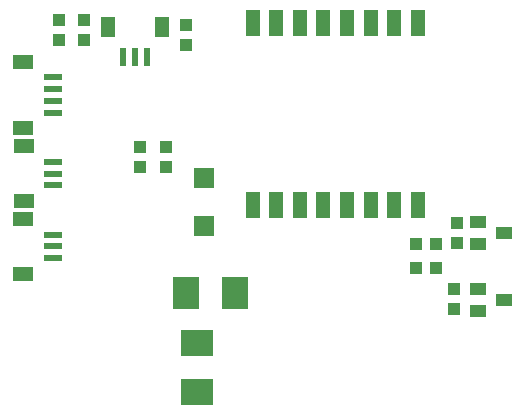
<source format=gbr>
G04 EAGLE Gerber X2 export*
%TF.Part,Single*%
%TF.FileFunction,Paste,Top*%
%TF.FilePolarity,Positive*%
%TF.GenerationSoftware,Autodesk,EAGLE,9.1.3*%
%TF.CreationDate,2018-09-20T23:52:22Z*%
G75*
%MOMM*%
%FSLAX34Y34*%
%LPD*%
%AMOC8*
5,1,8,0,0,1.08239X$1,22.5*%
G01*
%ADD10R,1.400000X1.000000*%
%ADD11R,1.000000X1.100000*%
%ADD12R,1.770000X1.800000*%
%ADD13R,1.200000X2.286000*%
%ADD14R,1.100000X1.000000*%
%ADD15R,2.794000X2.286000*%
%ADD16R,2.286000X2.794000*%
%ADD17R,1.550000X0.600000*%
%ADD18R,1.800000X1.200000*%
%ADD19R,0.600000X1.550000*%
%ADD20R,1.200000X1.800000*%


D10*
X430085Y205755D03*
X408085Y196255D03*
X408085Y215255D03*
D11*
X355789Y232370D03*
X372789Y232370D03*
D12*
X176344Y309251D03*
X176344Y268411D03*
D13*
X357544Y439825D03*
X337544Y439825D03*
X317544Y439825D03*
X297544Y439825D03*
X277544Y439825D03*
X257544Y439825D03*
X237544Y439825D03*
X217544Y439825D03*
X357544Y285985D03*
X337544Y285985D03*
X317544Y285985D03*
X297544Y285985D03*
X277544Y285985D03*
X257544Y285985D03*
X237544Y285985D03*
X217544Y285985D03*
D14*
X122417Y335302D03*
X122417Y318302D03*
X161156Y438090D03*
X161156Y421090D03*
X144010Y334901D03*
X144010Y317901D03*
D10*
X430276Y262248D03*
X408276Y252748D03*
X408276Y271748D03*
D11*
X356243Y253092D03*
X373243Y253092D03*
D14*
X390560Y253503D03*
X390560Y270503D03*
X388136Y197571D03*
X388136Y214571D03*
D15*
X170796Y168954D03*
X170796Y128034D03*
D16*
X161576Y211562D03*
X202496Y211562D03*
D17*
X48584Y240905D03*
X48584Y250905D03*
X48584Y260905D03*
D18*
X23334Y273905D03*
X23334Y227905D03*
D17*
X49013Y302574D03*
X49013Y312574D03*
X49013Y322574D03*
D18*
X23763Y335574D03*
X23763Y289574D03*
D14*
X53998Y425405D03*
X53998Y442405D03*
X75205Y442401D03*
X75205Y425401D03*
D19*
X107945Y411076D03*
X117945Y411076D03*
X127945Y411076D03*
D20*
X140945Y436326D03*
X94945Y436326D03*
D17*
X48676Y364340D03*
X48676Y374340D03*
X48676Y384340D03*
X48676Y394340D03*
D18*
X23426Y407340D03*
X23426Y351340D03*
M02*

</source>
